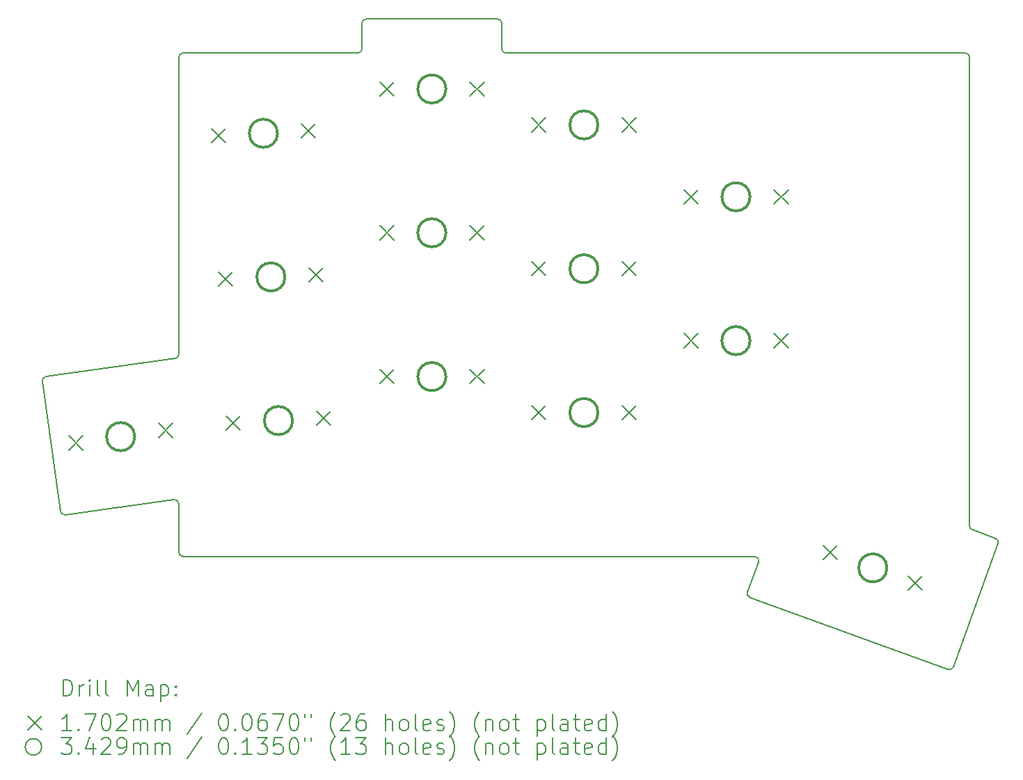
<source format=gbr>
%TF.GenerationSoftware,KiCad,Pcbnew,8.0.5-1.fc40*%
%TF.CreationDate,2024-10-14T16:03:28+11:00*%
%TF.ProjectId,pueo,7075656f-2e6b-4696-9361-645f70636258,0.1*%
%TF.SameCoordinates,Original*%
%TF.FileFunction,Drillmap*%
%TF.FilePolarity,Positive*%
%FSLAX45Y45*%
G04 Gerber Fmt 4.5, Leading zero omitted, Abs format (unit mm)*
G04 Created by KiCad (PCBNEW 8.0.5-1.fc40) date 2024-10-14 16:03:28*
%MOMM*%
%LPD*%
G01*
G04 APERTURE LIST*
%ADD10C,0.150000*%
%ADD11C,0.200000*%
%ADD12C,0.170180*%
%ADD13C,0.342900*%
G04 APERTURE END LIST*
D10*
X18586046Y-15384964D02*
G75*
G02*
X18556164Y-15320880I17105J46985D01*
G01*
X10255357Y-14380449D02*
G75*
G02*
X10198890Y-14337894I-6957J49509D01*
G01*
X21206853Y-8759388D02*
G75*
G02*
X21256852Y-8809388I-3J-50002D01*
G01*
X11686853Y-14884388D02*
X18643624Y-14884388D01*
X21575160Y-14663811D02*
G75*
G02*
X21605038Y-14727894I-17100J-46979D01*
G01*
X10255358Y-14380450D02*
X11579894Y-14194298D01*
X11636853Y-14243811D02*
X11636853Y-14834388D01*
X15515603Y-8346888D02*
G75*
G02*
X15565602Y-8396888I-3J-50002D01*
G01*
X11636853Y-8809388D02*
X11636853Y-12426122D01*
X21289752Y-14559931D02*
G75*
G02*
X21256855Y-14512946I17098J46981D01*
G01*
X11579894Y-14194298D02*
G75*
G02*
X11636849Y-14243811I6956J-49512D01*
G01*
X21057812Y-16231405D02*
G75*
G02*
X20993728Y-16261283I-46982J17105D01*
G01*
X18586046Y-15384965D02*
X20993726Y-16261288D01*
X15615602Y-8759388D02*
G75*
G02*
X15565602Y-8709388I-3J49998D01*
G01*
X15565603Y-8709388D02*
X15565603Y-8396888D01*
X11686853Y-14884388D02*
G75*
G02*
X11636852Y-14834388I-3J49998D01*
G01*
X18690609Y-14951489D02*
X18556162Y-15320879D01*
X21057812Y-16231405D02*
X21605044Y-14727896D01*
X9976208Y-12753466D02*
X10198885Y-14337894D01*
X11636853Y-8809388D02*
G75*
G02*
X11686853Y-8759393I49997J-2D01*
G01*
X21575160Y-14663811D02*
X21289752Y-14559931D01*
X21206853Y-8759388D02*
X15615602Y-8759388D01*
X13865603Y-8396888D02*
X13865603Y-8709388D01*
X10018763Y-12696993D02*
X11593811Y-12475635D01*
X13865603Y-8709388D02*
G75*
G02*
X13815603Y-8759393I-50003J-2D01*
G01*
X15515603Y-8346888D02*
X13915603Y-8346888D01*
X13865603Y-8396888D02*
G75*
G02*
X13915603Y-8346893I49997J-2D01*
G01*
X21256853Y-14512946D02*
X21256853Y-8809388D01*
X11636853Y-12426122D02*
G75*
G02*
X11593812Y-12475636I-50003J2D01*
G01*
X18643624Y-14884388D02*
G75*
G02*
X18690608Y-14951488I-4J-50002D01*
G01*
X9976208Y-12753466D02*
G75*
G02*
X10018764Y-12696998I49512J6956D01*
G01*
X13815603Y-8759388D02*
X11686853Y-8759388D01*
D11*
D12*
X10299538Y-13418838D02*
X10469718Y-13589018D01*
X10469718Y-13418838D02*
X10299538Y-13589018D01*
X11388831Y-13265748D02*
X11559011Y-13435928D01*
X11559011Y-13265748D02*
X11388831Y-13435928D01*
X12031654Y-9680198D02*
X12201834Y-9850378D01*
X12201834Y-9680198D02*
X12031654Y-9850378D01*
X12123242Y-11427799D02*
X12293422Y-11597979D01*
X12293422Y-11427799D02*
X12123242Y-11597979D01*
X12214830Y-13175401D02*
X12385010Y-13345581D01*
X12385010Y-13175401D02*
X12214830Y-13345581D01*
X13130146Y-9622628D02*
X13300326Y-9792808D01*
X13300326Y-9622628D02*
X13130146Y-9792808D01*
X13221735Y-11370230D02*
X13391915Y-11540410D01*
X13391915Y-11370230D02*
X13221735Y-11540410D01*
X13313323Y-13117832D02*
X13483503Y-13288012D01*
X13483503Y-13117832D02*
X13313323Y-13288012D01*
X14080513Y-10861798D02*
X14250693Y-11031978D01*
X14250693Y-10861798D02*
X14080513Y-11031978D01*
X14080513Y-9111798D02*
X14250693Y-9281978D01*
X14250693Y-9111798D02*
X14080513Y-9281978D01*
X14080513Y-12611798D02*
X14250693Y-12781978D01*
X14250693Y-12611798D02*
X14080513Y-12781978D01*
X15180513Y-10861798D02*
X15350693Y-11031978D01*
X15350693Y-10861798D02*
X15180513Y-11031978D01*
X15180513Y-9111798D02*
X15350693Y-9281978D01*
X15350693Y-9111798D02*
X15180513Y-9281978D01*
X15180513Y-12611798D02*
X15350693Y-12781978D01*
X15350693Y-12611798D02*
X15180513Y-12781978D01*
X15930512Y-11299298D02*
X16100692Y-11469478D01*
X16100692Y-11299298D02*
X15930512Y-11469478D01*
X15930513Y-13049298D02*
X16100693Y-13219478D01*
X16100693Y-13049298D02*
X15930513Y-13219478D01*
X15930513Y-9549298D02*
X16100693Y-9719478D01*
X16100693Y-9549298D02*
X15930513Y-9719478D01*
X17030512Y-11299298D02*
X17200692Y-11469478D01*
X17200692Y-11299298D02*
X17030512Y-11469478D01*
X17030513Y-13049298D02*
X17200693Y-13219478D01*
X17200693Y-13049298D02*
X17030513Y-13219478D01*
X17030513Y-9549298D02*
X17200693Y-9719478D01*
X17200693Y-9549298D02*
X17030513Y-9719478D01*
X17780513Y-10424298D02*
X17950693Y-10594478D01*
X17950693Y-10424298D02*
X17780513Y-10594478D01*
X17780513Y-12174298D02*
X17950693Y-12344478D01*
X17950693Y-12174298D02*
X17780513Y-12344478D01*
X18880513Y-10424298D02*
X19050693Y-10594478D01*
X19050693Y-10424298D02*
X18880513Y-10594478D01*
X18880513Y-12174298D02*
X19050693Y-12344478D01*
X19050693Y-12174298D02*
X18880513Y-12344478D01*
X19478682Y-14751187D02*
X19648862Y-14921367D01*
X19648862Y-14751187D02*
X19478682Y-14921367D01*
X20512344Y-15127409D02*
X20682524Y-15297589D01*
X20682524Y-15127409D02*
X20512344Y-15297589D01*
D13*
X11100724Y-13427383D02*
G75*
G02*
X10757824Y-13427383I-171450J0D01*
G01*
X10757824Y-13427383D02*
G75*
G02*
X11100724Y-13427383I171450J0D01*
G01*
X12837440Y-9736503D02*
G75*
G02*
X12494540Y-9736503I-171450J0D01*
G01*
X12494540Y-9736503D02*
G75*
G02*
X12837440Y-9736503I171450J0D01*
G01*
X12929028Y-11484104D02*
G75*
G02*
X12586128Y-11484104I-171450J0D01*
G01*
X12586128Y-11484104D02*
G75*
G02*
X12929028Y-11484104I171450J0D01*
G01*
X13020617Y-13231706D02*
G75*
G02*
X12677717Y-13231706I-171450J0D01*
G01*
X12677717Y-13231706D02*
G75*
G02*
X13020617Y-13231706I171450J0D01*
G01*
X14887053Y-10946888D02*
G75*
G02*
X14544153Y-10946888I-171450J0D01*
G01*
X14544153Y-10946888D02*
G75*
G02*
X14887053Y-10946888I171450J0D01*
G01*
X14887053Y-9196888D02*
G75*
G02*
X14544153Y-9196888I-171450J0D01*
G01*
X14544153Y-9196888D02*
G75*
G02*
X14887053Y-9196888I171450J0D01*
G01*
X14887053Y-12696888D02*
G75*
G02*
X14544153Y-12696888I-171450J0D01*
G01*
X14544153Y-12696888D02*
G75*
G02*
X14887053Y-12696888I171450J0D01*
G01*
X16737052Y-11384388D02*
G75*
G02*
X16394152Y-11384388I-171450J0D01*
G01*
X16394152Y-11384388D02*
G75*
G02*
X16737052Y-11384388I171450J0D01*
G01*
X16737053Y-13134388D02*
G75*
G02*
X16394153Y-13134388I-171450J0D01*
G01*
X16394153Y-13134388D02*
G75*
G02*
X16737053Y-13134388I171450J0D01*
G01*
X16737053Y-9634388D02*
G75*
G02*
X16394153Y-9634388I-171450J0D01*
G01*
X16394153Y-9634388D02*
G75*
G02*
X16737053Y-9634388I171450J0D01*
G01*
X18587053Y-10509388D02*
G75*
G02*
X18244153Y-10509388I-171450J0D01*
G01*
X18244153Y-10509388D02*
G75*
G02*
X18587053Y-10509388I171450J0D01*
G01*
X18587053Y-12259388D02*
G75*
G02*
X18244153Y-12259388I-171450J0D01*
G01*
X18244153Y-12259388D02*
G75*
G02*
X18587053Y-12259388I171450J0D01*
G01*
X20252053Y-15024388D02*
G75*
G02*
X19909153Y-15024388I-171450J0D01*
G01*
X19909153Y-15024388D02*
G75*
G02*
X20252053Y-15024388I171450J0D01*
G01*
D11*
X10228999Y-16583282D02*
X10228999Y-16383282D01*
X10228999Y-16383282D02*
X10276618Y-16383282D01*
X10276618Y-16383282D02*
X10305190Y-16392806D01*
X10305190Y-16392806D02*
X10324237Y-16411854D01*
X10324237Y-16411854D02*
X10333761Y-16430901D01*
X10333761Y-16430901D02*
X10343285Y-16468996D01*
X10343285Y-16468996D02*
X10343285Y-16497568D01*
X10343285Y-16497568D02*
X10333761Y-16535663D01*
X10333761Y-16535663D02*
X10324237Y-16554711D01*
X10324237Y-16554711D02*
X10305190Y-16573758D01*
X10305190Y-16573758D02*
X10276618Y-16583282D01*
X10276618Y-16583282D02*
X10228999Y-16583282D01*
X10428999Y-16583282D02*
X10428999Y-16449949D01*
X10428999Y-16488044D02*
X10438523Y-16468996D01*
X10438523Y-16468996D02*
X10448047Y-16459473D01*
X10448047Y-16459473D02*
X10467094Y-16449949D01*
X10467094Y-16449949D02*
X10486142Y-16449949D01*
X10552809Y-16583282D02*
X10552809Y-16449949D01*
X10552809Y-16383282D02*
X10543285Y-16392806D01*
X10543285Y-16392806D02*
X10552809Y-16402330D01*
X10552809Y-16402330D02*
X10562332Y-16392806D01*
X10562332Y-16392806D02*
X10552809Y-16383282D01*
X10552809Y-16383282D02*
X10552809Y-16402330D01*
X10676618Y-16583282D02*
X10657570Y-16573758D01*
X10657570Y-16573758D02*
X10648047Y-16554711D01*
X10648047Y-16554711D02*
X10648047Y-16383282D01*
X10781380Y-16583282D02*
X10762332Y-16573758D01*
X10762332Y-16573758D02*
X10752809Y-16554711D01*
X10752809Y-16554711D02*
X10752809Y-16383282D01*
X11009951Y-16583282D02*
X11009951Y-16383282D01*
X11009951Y-16383282D02*
X11076618Y-16526139D01*
X11076618Y-16526139D02*
X11143285Y-16383282D01*
X11143285Y-16383282D02*
X11143285Y-16583282D01*
X11324237Y-16583282D02*
X11324237Y-16478520D01*
X11324237Y-16478520D02*
X11314713Y-16459473D01*
X11314713Y-16459473D02*
X11295666Y-16449949D01*
X11295666Y-16449949D02*
X11257570Y-16449949D01*
X11257570Y-16449949D02*
X11238523Y-16459473D01*
X11324237Y-16573758D02*
X11305189Y-16583282D01*
X11305189Y-16583282D02*
X11257570Y-16583282D01*
X11257570Y-16583282D02*
X11238523Y-16573758D01*
X11238523Y-16573758D02*
X11228999Y-16554711D01*
X11228999Y-16554711D02*
X11228999Y-16535663D01*
X11228999Y-16535663D02*
X11238523Y-16516615D01*
X11238523Y-16516615D02*
X11257570Y-16507092D01*
X11257570Y-16507092D02*
X11305189Y-16507092D01*
X11305189Y-16507092D02*
X11324237Y-16497568D01*
X11419475Y-16449949D02*
X11419475Y-16649949D01*
X11419475Y-16459473D02*
X11438523Y-16449949D01*
X11438523Y-16449949D02*
X11476618Y-16449949D01*
X11476618Y-16449949D02*
X11495666Y-16459473D01*
X11495666Y-16459473D02*
X11505189Y-16468996D01*
X11505189Y-16468996D02*
X11514713Y-16488044D01*
X11514713Y-16488044D02*
X11514713Y-16545187D01*
X11514713Y-16545187D02*
X11505189Y-16564234D01*
X11505189Y-16564234D02*
X11495666Y-16573758D01*
X11495666Y-16573758D02*
X11476618Y-16583282D01*
X11476618Y-16583282D02*
X11438523Y-16583282D01*
X11438523Y-16583282D02*
X11419475Y-16573758D01*
X11600428Y-16564234D02*
X11609951Y-16573758D01*
X11609951Y-16573758D02*
X11600428Y-16583282D01*
X11600428Y-16583282D02*
X11590904Y-16573758D01*
X11590904Y-16573758D02*
X11600428Y-16564234D01*
X11600428Y-16564234D02*
X11600428Y-16583282D01*
X11600428Y-16459473D02*
X11609951Y-16468996D01*
X11609951Y-16468996D02*
X11600428Y-16478520D01*
X11600428Y-16478520D02*
X11590904Y-16468996D01*
X11590904Y-16468996D02*
X11600428Y-16459473D01*
X11600428Y-16459473D02*
X11600428Y-16478520D01*
D12*
X9798042Y-16826708D02*
X9968222Y-16996888D01*
X9968222Y-16826708D02*
X9798042Y-16996888D01*
D11*
X10333761Y-17003282D02*
X10219475Y-17003282D01*
X10276618Y-17003282D02*
X10276618Y-16803282D01*
X10276618Y-16803282D02*
X10257570Y-16831854D01*
X10257570Y-16831854D02*
X10238523Y-16850901D01*
X10238523Y-16850901D02*
X10219475Y-16860425D01*
X10419475Y-16984235D02*
X10428999Y-16993758D01*
X10428999Y-16993758D02*
X10419475Y-17003282D01*
X10419475Y-17003282D02*
X10409951Y-16993758D01*
X10409951Y-16993758D02*
X10419475Y-16984235D01*
X10419475Y-16984235D02*
X10419475Y-17003282D01*
X10495666Y-16803282D02*
X10628999Y-16803282D01*
X10628999Y-16803282D02*
X10543285Y-17003282D01*
X10743285Y-16803282D02*
X10762332Y-16803282D01*
X10762332Y-16803282D02*
X10781380Y-16812806D01*
X10781380Y-16812806D02*
X10790904Y-16822330D01*
X10790904Y-16822330D02*
X10800428Y-16841377D01*
X10800428Y-16841377D02*
X10809951Y-16879473D01*
X10809951Y-16879473D02*
X10809951Y-16927092D01*
X10809951Y-16927092D02*
X10800428Y-16965187D01*
X10800428Y-16965187D02*
X10790904Y-16984235D01*
X10790904Y-16984235D02*
X10781380Y-16993758D01*
X10781380Y-16993758D02*
X10762332Y-17003282D01*
X10762332Y-17003282D02*
X10743285Y-17003282D01*
X10743285Y-17003282D02*
X10724237Y-16993758D01*
X10724237Y-16993758D02*
X10714713Y-16984235D01*
X10714713Y-16984235D02*
X10705190Y-16965187D01*
X10705190Y-16965187D02*
X10695666Y-16927092D01*
X10695666Y-16927092D02*
X10695666Y-16879473D01*
X10695666Y-16879473D02*
X10705190Y-16841377D01*
X10705190Y-16841377D02*
X10714713Y-16822330D01*
X10714713Y-16822330D02*
X10724237Y-16812806D01*
X10724237Y-16812806D02*
X10743285Y-16803282D01*
X10886142Y-16822330D02*
X10895666Y-16812806D01*
X10895666Y-16812806D02*
X10914713Y-16803282D01*
X10914713Y-16803282D02*
X10962332Y-16803282D01*
X10962332Y-16803282D02*
X10981380Y-16812806D01*
X10981380Y-16812806D02*
X10990904Y-16822330D01*
X10990904Y-16822330D02*
X11000428Y-16841377D01*
X11000428Y-16841377D02*
X11000428Y-16860425D01*
X11000428Y-16860425D02*
X10990904Y-16888996D01*
X10990904Y-16888996D02*
X10876618Y-17003282D01*
X10876618Y-17003282D02*
X11000428Y-17003282D01*
X11086142Y-17003282D02*
X11086142Y-16869949D01*
X11086142Y-16888996D02*
X11095666Y-16879473D01*
X11095666Y-16879473D02*
X11114713Y-16869949D01*
X11114713Y-16869949D02*
X11143285Y-16869949D01*
X11143285Y-16869949D02*
X11162332Y-16879473D01*
X11162332Y-16879473D02*
X11171856Y-16898520D01*
X11171856Y-16898520D02*
X11171856Y-17003282D01*
X11171856Y-16898520D02*
X11181380Y-16879473D01*
X11181380Y-16879473D02*
X11200428Y-16869949D01*
X11200428Y-16869949D02*
X11228999Y-16869949D01*
X11228999Y-16869949D02*
X11248047Y-16879473D01*
X11248047Y-16879473D02*
X11257570Y-16898520D01*
X11257570Y-16898520D02*
X11257570Y-17003282D01*
X11352809Y-17003282D02*
X11352809Y-16869949D01*
X11352809Y-16888996D02*
X11362332Y-16879473D01*
X11362332Y-16879473D02*
X11381380Y-16869949D01*
X11381380Y-16869949D02*
X11409951Y-16869949D01*
X11409951Y-16869949D02*
X11428999Y-16879473D01*
X11428999Y-16879473D02*
X11438523Y-16898520D01*
X11438523Y-16898520D02*
X11438523Y-17003282D01*
X11438523Y-16898520D02*
X11448047Y-16879473D01*
X11448047Y-16879473D02*
X11467094Y-16869949D01*
X11467094Y-16869949D02*
X11495666Y-16869949D01*
X11495666Y-16869949D02*
X11514713Y-16879473D01*
X11514713Y-16879473D02*
X11524237Y-16898520D01*
X11524237Y-16898520D02*
X11524237Y-17003282D01*
X11914713Y-16793758D02*
X11743285Y-17050901D01*
X12171856Y-16803282D02*
X12190904Y-16803282D01*
X12190904Y-16803282D02*
X12209952Y-16812806D01*
X12209952Y-16812806D02*
X12219475Y-16822330D01*
X12219475Y-16822330D02*
X12228999Y-16841377D01*
X12228999Y-16841377D02*
X12238523Y-16879473D01*
X12238523Y-16879473D02*
X12238523Y-16927092D01*
X12238523Y-16927092D02*
X12228999Y-16965187D01*
X12228999Y-16965187D02*
X12219475Y-16984235D01*
X12219475Y-16984235D02*
X12209952Y-16993758D01*
X12209952Y-16993758D02*
X12190904Y-17003282D01*
X12190904Y-17003282D02*
X12171856Y-17003282D01*
X12171856Y-17003282D02*
X12152809Y-16993758D01*
X12152809Y-16993758D02*
X12143285Y-16984235D01*
X12143285Y-16984235D02*
X12133761Y-16965187D01*
X12133761Y-16965187D02*
X12124237Y-16927092D01*
X12124237Y-16927092D02*
X12124237Y-16879473D01*
X12124237Y-16879473D02*
X12133761Y-16841377D01*
X12133761Y-16841377D02*
X12143285Y-16822330D01*
X12143285Y-16822330D02*
X12152809Y-16812806D01*
X12152809Y-16812806D02*
X12171856Y-16803282D01*
X12324237Y-16984235D02*
X12333761Y-16993758D01*
X12333761Y-16993758D02*
X12324237Y-17003282D01*
X12324237Y-17003282D02*
X12314713Y-16993758D01*
X12314713Y-16993758D02*
X12324237Y-16984235D01*
X12324237Y-16984235D02*
X12324237Y-17003282D01*
X12457571Y-16803282D02*
X12476618Y-16803282D01*
X12476618Y-16803282D02*
X12495666Y-16812806D01*
X12495666Y-16812806D02*
X12505190Y-16822330D01*
X12505190Y-16822330D02*
X12514713Y-16841377D01*
X12514713Y-16841377D02*
X12524237Y-16879473D01*
X12524237Y-16879473D02*
X12524237Y-16927092D01*
X12524237Y-16927092D02*
X12514713Y-16965187D01*
X12514713Y-16965187D02*
X12505190Y-16984235D01*
X12505190Y-16984235D02*
X12495666Y-16993758D01*
X12495666Y-16993758D02*
X12476618Y-17003282D01*
X12476618Y-17003282D02*
X12457571Y-17003282D01*
X12457571Y-17003282D02*
X12438523Y-16993758D01*
X12438523Y-16993758D02*
X12428999Y-16984235D01*
X12428999Y-16984235D02*
X12419475Y-16965187D01*
X12419475Y-16965187D02*
X12409952Y-16927092D01*
X12409952Y-16927092D02*
X12409952Y-16879473D01*
X12409952Y-16879473D02*
X12419475Y-16841377D01*
X12419475Y-16841377D02*
X12428999Y-16822330D01*
X12428999Y-16822330D02*
X12438523Y-16812806D01*
X12438523Y-16812806D02*
X12457571Y-16803282D01*
X12695666Y-16803282D02*
X12657571Y-16803282D01*
X12657571Y-16803282D02*
X12638523Y-16812806D01*
X12638523Y-16812806D02*
X12628999Y-16822330D01*
X12628999Y-16822330D02*
X12609952Y-16850901D01*
X12609952Y-16850901D02*
X12600428Y-16888996D01*
X12600428Y-16888996D02*
X12600428Y-16965187D01*
X12600428Y-16965187D02*
X12609952Y-16984235D01*
X12609952Y-16984235D02*
X12619475Y-16993758D01*
X12619475Y-16993758D02*
X12638523Y-17003282D01*
X12638523Y-17003282D02*
X12676618Y-17003282D01*
X12676618Y-17003282D02*
X12695666Y-16993758D01*
X12695666Y-16993758D02*
X12705190Y-16984235D01*
X12705190Y-16984235D02*
X12714713Y-16965187D01*
X12714713Y-16965187D02*
X12714713Y-16917568D01*
X12714713Y-16917568D02*
X12705190Y-16898520D01*
X12705190Y-16898520D02*
X12695666Y-16888996D01*
X12695666Y-16888996D02*
X12676618Y-16879473D01*
X12676618Y-16879473D02*
X12638523Y-16879473D01*
X12638523Y-16879473D02*
X12619475Y-16888996D01*
X12619475Y-16888996D02*
X12609952Y-16898520D01*
X12609952Y-16898520D02*
X12600428Y-16917568D01*
X12781380Y-16803282D02*
X12914713Y-16803282D01*
X12914713Y-16803282D02*
X12828999Y-17003282D01*
X13028999Y-16803282D02*
X13048047Y-16803282D01*
X13048047Y-16803282D02*
X13067094Y-16812806D01*
X13067094Y-16812806D02*
X13076618Y-16822330D01*
X13076618Y-16822330D02*
X13086142Y-16841377D01*
X13086142Y-16841377D02*
X13095666Y-16879473D01*
X13095666Y-16879473D02*
X13095666Y-16927092D01*
X13095666Y-16927092D02*
X13086142Y-16965187D01*
X13086142Y-16965187D02*
X13076618Y-16984235D01*
X13076618Y-16984235D02*
X13067094Y-16993758D01*
X13067094Y-16993758D02*
X13048047Y-17003282D01*
X13048047Y-17003282D02*
X13028999Y-17003282D01*
X13028999Y-17003282D02*
X13009952Y-16993758D01*
X13009952Y-16993758D02*
X13000428Y-16984235D01*
X13000428Y-16984235D02*
X12990904Y-16965187D01*
X12990904Y-16965187D02*
X12981380Y-16927092D01*
X12981380Y-16927092D02*
X12981380Y-16879473D01*
X12981380Y-16879473D02*
X12990904Y-16841377D01*
X12990904Y-16841377D02*
X13000428Y-16822330D01*
X13000428Y-16822330D02*
X13009952Y-16812806D01*
X13009952Y-16812806D02*
X13028999Y-16803282D01*
X13171856Y-16803282D02*
X13171856Y-16841377D01*
X13248047Y-16803282D02*
X13248047Y-16841377D01*
X13543285Y-17079473D02*
X13533761Y-17069949D01*
X13533761Y-17069949D02*
X13514714Y-17041377D01*
X13514714Y-17041377D02*
X13505190Y-17022330D01*
X13505190Y-17022330D02*
X13495666Y-16993758D01*
X13495666Y-16993758D02*
X13486142Y-16946139D01*
X13486142Y-16946139D02*
X13486142Y-16908044D01*
X13486142Y-16908044D02*
X13495666Y-16860425D01*
X13495666Y-16860425D02*
X13505190Y-16831854D01*
X13505190Y-16831854D02*
X13514714Y-16812806D01*
X13514714Y-16812806D02*
X13533761Y-16784235D01*
X13533761Y-16784235D02*
X13543285Y-16774711D01*
X13609952Y-16822330D02*
X13619475Y-16812806D01*
X13619475Y-16812806D02*
X13638523Y-16803282D01*
X13638523Y-16803282D02*
X13686142Y-16803282D01*
X13686142Y-16803282D02*
X13705190Y-16812806D01*
X13705190Y-16812806D02*
X13714714Y-16822330D01*
X13714714Y-16822330D02*
X13724237Y-16841377D01*
X13724237Y-16841377D02*
X13724237Y-16860425D01*
X13724237Y-16860425D02*
X13714714Y-16888996D01*
X13714714Y-16888996D02*
X13600428Y-17003282D01*
X13600428Y-17003282D02*
X13724237Y-17003282D01*
X13895666Y-16803282D02*
X13857571Y-16803282D01*
X13857571Y-16803282D02*
X13838523Y-16812806D01*
X13838523Y-16812806D02*
X13828999Y-16822330D01*
X13828999Y-16822330D02*
X13809952Y-16850901D01*
X13809952Y-16850901D02*
X13800428Y-16888996D01*
X13800428Y-16888996D02*
X13800428Y-16965187D01*
X13800428Y-16965187D02*
X13809952Y-16984235D01*
X13809952Y-16984235D02*
X13819475Y-16993758D01*
X13819475Y-16993758D02*
X13838523Y-17003282D01*
X13838523Y-17003282D02*
X13876618Y-17003282D01*
X13876618Y-17003282D02*
X13895666Y-16993758D01*
X13895666Y-16993758D02*
X13905190Y-16984235D01*
X13905190Y-16984235D02*
X13914714Y-16965187D01*
X13914714Y-16965187D02*
X13914714Y-16917568D01*
X13914714Y-16917568D02*
X13905190Y-16898520D01*
X13905190Y-16898520D02*
X13895666Y-16888996D01*
X13895666Y-16888996D02*
X13876618Y-16879473D01*
X13876618Y-16879473D02*
X13838523Y-16879473D01*
X13838523Y-16879473D02*
X13819475Y-16888996D01*
X13819475Y-16888996D02*
X13809952Y-16898520D01*
X13809952Y-16898520D02*
X13800428Y-16917568D01*
X14152809Y-17003282D02*
X14152809Y-16803282D01*
X14238523Y-17003282D02*
X14238523Y-16898520D01*
X14238523Y-16898520D02*
X14228999Y-16879473D01*
X14228999Y-16879473D02*
X14209952Y-16869949D01*
X14209952Y-16869949D02*
X14181380Y-16869949D01*
X14181380Y-16869949D02*
X14162333Y-16879473D01*
X14162333Y-16879473D02*
X14152809Y-16888996D01*
X14362333Y-17003282D02*
X14343285Y-16993758D01*
X14343285Y-16993758D02*
X14333761Y-16984235D01*
X14333761Y-16984235D02*
X14324237Y-16965187D01*
X14324237Y-16965187D02*
X14324237Y-16908044D01*
X14324237Y-16908044D02*
X14333761Y-16888996D01*
X14333761Y-16888996D02*
X14343285Y-16879473D01*
X14343285Y-16879473D02*
X14362333Y-16869949D01*
X14362333Y-16869949D02*
X14390904Y-16869949D01*
X14390904Y-16869949D02*
X14409952Y-16879473D01*
X14409952Y-16879473D02*
X14419476Y-16888996D01*
X14419476Y-16888996D02*
X14428999Y-16908044D01*
X14428999Y-16908044D02*
X14428999Y-16965187D01*
X14428999Y-16965187D02*
X14419476Y-16984235D01*
X14419476Y-16984235D02*
X14409952Y-16993758D01*
X14409952Y-16993758D02*
X14390904Y-17003282D01*
X14390904Y-17003282D02*
X14362333Y-17003282D01*
X14543285Y-17003282D02*
X14524237Y-16993758D01*
X14524237Y-16993758D02*
X14514714Y-16974711D01*
X14514714Y-16974711D02*
X14514714Y-16803282D01*
X14695666Y-16993758D02*
X14676618Y-17003282D01*
X14676618Y-17003282D02*
X14638523Y-17003282D01*
X14638523Y-17003282D02*
X14619476Y-16993758D01*
X14619476Y-16993758D02*
X14609952Y-16974711D01*
X14609952Y-16974711D02*
X14609952Y-16898520D01*
X14609952Y-16898520D02*
X14619476Y-16879473D01*
X14619476Y-16879473D02*
X14638523Y-16869949D01*
X14638523Y-16869949D02*
X14676618Y-16869949D01*
X14676618Y-16869949D02*
X14695666Y-16879473D01*
X14695666Y-16879473D02*
X14705190Y-16898520D01*
X14705190Y-16898520D02*
X14705190Y-16917568D01*
X14705190Y-16917568D02*
X14609952Y-16936616D01*
X14781380Y-16993758D02*
X14800428Y-17003282D01*
X14800428Y-17003282D02*
X14838523Y-17003282D01*
X14838523Y-17003282D02*
X14857571Y-16993758D01*
X14857571Y-16993758D02*
X14867095Y-16974711D01*
X14867095Y-16974711D02*
X14867095Y-16965187D01*
X14867095Y-16965187D02*
X14857571Y-16946139D01*
X14857571Y-16946139D02*
X14838523Y-16936616D01*
X14838523Y-16936616D02*
X14809952Y-16936616D01*
X14809952Y-16936616D02*
X14790904Y-16927092D01*
X14790904Y-16927092D02*
X14781380Y-16908044D01*
X14781380Y-16908044D02*
X14781380Y-16898520D01*
X14781380Y-16898520D02*
X14790904Y-16879473D01*
X14790904Y-16879473D02*
X14809952Y-16869949D01*
X14809952Y-16869949D02*
X14838523Y-16869949D01*
X14838523Y-16869949D02*
X14857571Y-16879473D01*
X14933761Y-17079473D02*
X14943285Y-17069949D01*
X14943285Y-17069949D02*
X14962333Y-17041377D01*
X14962333Y-17041377D02*
X14971857Y-17022330D01*
X14971857Y-17022330D02*
X14981380Y-16993758D01*
X14981380Y-16993758D02*
X14990904Y-16946139D01*
X14990904Y-16946139D02*
X14990904Y-16908044D01*
X14990904Y-16908044D02*
X14981380Y-16860425D01*
X14981380Y-16860425D02*
X14971857Y-16831854D01*
X14971857Y-16831854D02*
X14962333Y-16812806D01*
X14962333Y-16812806D02*
X14943285Y-16784235D01*
X14943285Y-16784235D02*
X14933761Y-16774711D01*
X15295666Y-17079473D02*
X15286142Y-17069949D01*
X15286142Y-17069949D02*
X15267095Y-17041377D01*
X15267095Y-17041377D02*
X15257571Y-17022330D01*
X15257571Y-17022330D02*
X15248047Y-16993758D01*
X15248047Y-16993758D02*
X15238523Y-16946139D01*
X15238523Y-16946139D02*
X15238523Y-16908044D01*
X15238523Y-16908044D02*
X15248047Y-16860425D01*
X15248047Y-16860425D02*
X15257571Y-16831854D01*
X15257571Y-16831854D02*
X15267095Y-16812806D01*
X15267095Y-16812806D02*
X15286142Y-16784235D01*
X15286142Y-16784235D02*
X15295666Y-16774711D01*
X15371857Y-16869949D02*
X15371857Y-17003282D01*
X15371857Y-16888996D02*
X15381380Y-16879473D01*
X15381380Y-16879473D02*
X15400428Y-16869949D01*
X15400428Y-16869949D02*
X15428999Y-16869949D01*
X15428999Y-16869949D02*
X15448047Y-16879473D01*
X15448047Y-16879473D02*
X15457571Y-16898520D01*
X15457571Y-16898520D02*
X15457571Y-17003282D01*
X15581380Y-17003282D02*
X15562333Y-16993758D01*
X15562333Y-16993758D02*
X15552809Y-16984235D01*
X15552809Y-16984235D02*
X15543285Y-16965187D01*
X15543285Y-16965187D02*
X15543285Y-16908044D01*
X15543285Y-16908044D02*
X15552809Y-16888996D01*
X15552809Y-16888996D02*
X15562333Y-16879473D01*
X15562333Y-16879473D02*
X15581380Y-16869949D01*
X15581380Y-16869949D02*
X15609952Y-16869949D01*
X15609952Y-16869949D02*
X15628999Y-16879473D01*
X15628999Y-16879473D02*
X15638523Y-16888996D01*
X15638523Y-16888996D02*
X15648047Y-16908044D01*
X15648047Y-16908044D02*
X15648047Y-16965187D01*
X15648047Y-16965187D02*
X15638523Y-16984235D01*
X15638523Y-16984235D02*
X15628999Y-16993758D01*
X15628999Y-16993758D02*
X15609952Y-17003282D01*
X15609952Y-17003282D02*
X15581380Y-17003282D01*
X15705190Y-16869949D02*
X15781380Y-16869949D01*
X15733761Y-16803282D02*
X15733761Y-16974711D01*
X15733761Y-16974711D02*
X15743285Y-16993758D01*
X15743285Y-16993758D02*
X15762333Y-17003282D01*
X15762333Y-17003282D02*
X15781380Y-17003282D01*
X16000428Y-16869949D02*
X16000428Y-17069949D01*
X16000428Y-16879473D02*
X16019476Y-16869949D01*
X16019476Y-16869949D02*
X16057571Y-16869949D01*
X16057571Y-16869949D02*
X16076619Y-16879473D01*
X16076619Y-16879473D02*
X16086142Y-16888996D01*
X16086142Y-16888996D02*
X16095666Y-16908044D01*
X16095666Y-16908044D02*
X16095666Y-16965187D01*
X16095666Y-16965187D02*
X16086142Y-16984235D01*
X16086142Y-16984235D02*
X16076619Y-16993758D01*
X16076619Y-16993758D02*
X16057571Y-17003282D01*
X16057571Y-17003282D02*
X16019476Y-17003282D01*
X16019476Y-17003282D02*
X16000428Y-16993758D01*
X16209952Y-17003282D02*
X16190904Y-16993758D01*
X16190904Y-16993758D02*
X16181380Y-16974711D01*
X16181380Y-16974711D02*
X16181380Y-16803282D01*
X16371857Y-17003282D02*
X16371857Y-16898520D01*
X16371857Y-16898520D02*
X16362333Y-16879473D01*
X16362333Y-16879473D02*
X16343285Y-16869949D01*
X16343285Y-16869949D02*
X16305190Y-16869949D01*
X16305190Y-16869949D02*
X16286142Y-16879473D01*
X16371857Y-16993758D02*
X16352809Y-17003282D01*
X16352809Y-17003282D02*
X16305190Y-17003282D01*
X16305190Y-17003282D02*
X16286142Y-16993758D01*
X16286142Y-16993758D02*
X16276619Y-16974711D01*
X16276619Y-16974711D02*
X16276619Y-16955663D01*
X16276619Y-16955663D02*
X16286142Y-16936616D01*
X16286142Y-16936616D02*
X16305190Y-16927092D01*
X16305190Y-16927092D02*
X16352809Y-16927092D01*
X16352809Y-16927092D02*
X16371857Y-16917568D01*
X16438523Y-16869949D02*
X16514714Y-16869949D01*
X16467095Y-16803282D02*
X16467095Y-16974711D01*
X16467095Y-16974711D02*
X16476619Y-16993758D01*
X16476619Y-16993758D02*
X16495666Y-17003282D01*
X16495666Y-17003282D02*
X16514714Y-17003282D01*
X16657571Y-16993758D02*
X16638523Y-17003282D01*
X16638523Y-17003282D02*
X16600428Y-17003282D01*
X16600428Y-17003282D02*
X16581380Y-16993758D01*
X16581380Y-16993758D02*
X16571857Y-16974711D01*
X16571857Y-16974711D02*
X16571857Y-16898520D01*
X16571857Y-16898520D02*
X16581380Y-16879473D01*
X16581380Y-16879473D02*
X16600428Y-16869949D01*
X16600428Y-16869949D02*
X16638523Y-16869949D01*
X16638523Y-16869949D02*
X16657571Y-16879473D01*
X16657571Y-16879473D02*
X16667095Y-16898520D01*
X16667095Y-16898520D02*
X16667095Y-16917568D01*
X16667095Y-16917568D02*
X16571857Y-16936616D01*
X16838523Y-17003282D02*
X16838523Y-16803282D01*
X16838523Y-16993758D02*
X16819476Y-17003282D01*
X16819476Y-17003282D02*
X16781381Y-17003282D01*
X16781381Y-17003282D02*
X16762333Y-16993758D01*
X16762333Y-16993758D02*
X16752809Y-16984235D01*
X16752809Y-16984235D02*
X16743285Y-16965187D01*
X16743285Y-16965187D02*
X16743285Y-16908044D01*
X16743285Y-16908044D02*
X16752809Y-16888996D01*
X16752809Y-16888996D02*
X16762333Y-16879473D01*
X16762333Y-16879473D02*
X16781381Y-16869949D01*
X16781381Y-16869949D02*
X16819476Y-16869949D01*
X16819476Y-16869949D02*
X16838523Y-16879473D01*
X16914714Y-17079473D02*
X16924238Y-17069949D01*
X16924238Y-17069949D02*
X16943285Y-17041377D01*
X16943285Y-17041377D02*
X16952809Y-17022330D01*
X16952809Y-17022330D02*
X16962333Y-16993758D01*
X16962333Y-16993758D02*
X16971857Y-16946139D01*
X16971857Y-16946139D02*
X16971857Y-16908044D01*
X16971857Y-16908044D02*
X16962333Y-16860425D01*
X16962333Y-16860425D02*
X16952809Y-16831854D01*
X16952809Y-16831854D02*
X16943285Y-16812806D01*
X16943285Y-16812806D02*
X16924238Y-16784235D01*
X16924238Y-16784235D02*
X16914714Y-16774711D01*
X9968222Y-17201978D02*
G75*
G02*
X9768222Y-17201978I-100000J0D01*
G01*
X9768222Y-17201978D02*
G75*
G02*
X9968222Y-17201978I100000J0D01*
G01*
X10209951Y-17093462D02*
X10333761Y-17093462D01*
X10333761Y-17093462D02*
X10267094Y-17169653D01*
X10267094Y-17169653D02*
X10295666Y-17169653D01*
X10295666Y-17169653D02*
X10314713Y-17179176D01*
X10314713Y-17179176D02*
X10324237Y-17188700D01*
X10324237Y-17188700D02*
X10333761Y-17207748D01*
X10333761Y-17207748D02*
X10333761Y-17255367D01*
X10333761Y-17255367D02*
X10324237Y-17274415D01*
X10324237Y-17274415D02*
X10314713Y-17283938D01*
X10314713Y-17283938D02*
X10295666Y-17293462D01*
X10295666Y-17293462D02*
X10238523Y-17293462D01*
X10238523Y-17293462D02*
X10219475Y-17283938D01*
X10219475Y-17283938D02*
X10209951Y-17274415D01*
X10419475Y-17274415D02*
X10428999Y-17283938D01*
X10428999Y-17283938D02*
X10419475Y-17293462D01*
X10419475Y-17293462D02*
X10409951Y-17283938D01*
X10409951Y-17283938D02*
X10419475Y-17274415D01*
X10419475Y-17274415D02*
X10419475Y-17293462D01*
X10600428Y-17160129D02*
X10600428Y-17293462D01*
X10552809Y-17083938D02*
X10505190Y-17226796D01*
X10505190Y-17226796D02*
X10628999Y-17226796D01*
X10695666Y-17112510D02*
X10705190Y-17102986D01*
X10705190Y-17102986D02*
X10724237Y-17093462D01*
X10724237Y-17093462D02*
X10771856Y-17093462D01*
X10771856Y-17093462D02*
X10790904Y-17102986D01*
X10790904Y-17102986D02*
X10800428Y-17112510D01*
X10800428Y-17112510D02*
X10809951Y-17131557D01*
X10809951Y-17131557D02*
X10809951Y-17150605D01*
X10809951Y-17150605D02*
X10800428Y-17179176D01*
X10800428Y-17179176D02*
X10686142Y-17293462D01*
X10686142Y-17293462D02*
X10809951Y-17293462D01*
X10905190Y-17293462D02*
X10943285Y-17293462D01*
X10943285Y-17293462D02*
X10962332Y-17283938D01*
X10962332Y-17283938D02*
X10971856Y-17274415D01*
X10971856Y-17274415D02*
X10990904Y-17245843D01*
X10990904Y-17245843D02*
X11000428Y-17207748D01*
X11000428Y-17207748D02*
X11000428Y-17131557D01*
X11000428Y-17131557D02*
X10990904Y-17112510D01*
X10990904Y-17112510D02*
X10981380Y-17102986D01*
X10981380Y-17102986D02*
X10962332Y-17093462D01*
X10962332Y-17093462D02*
X10924237Y-17093462D01*
X10924237Y-17093462D02*
X10905190Y-17102986D01*
X10905190Y-17102986D02*
X10895666Y-17112510D01*
X10895666Y-17112510D02*
X10886142Y-17131557D01*
X10886142Y-17131557D02*
X10886142Y-17179176D01*
X10886142Y-17179176D02*
X10895666Y-17198224D01*
X10895666Y-17198224D02*
X10905190Y-17207748D01*
X10905190Y-17207748D02*
X10924237Y-17217272D01*
X10924237Y-17217272D02*
X10962332Y-17217272D01*
X10962332Y-17217272D02*
X10981380Y-17207748D01*
X10981380Y-17207748D02*
X10990904Y-17198224D01*
X10990904Y-17198224D02*
X11000428Y-17179176D01*
X11086142Y-17293462D02*
X11086142Y-17160129D01*
X11086142Y-17179176D02*
X11095666Y-17169653D01*
X11095666Y-17169653D02*
X11114713Y-17160129D01*
X11114713Y-17160129D02*
X11143285Y-17160129D01*
X11143285Y-17160129D02*
X11162332Y-17169653D01*
X11162332Y-17169653D02*
X11171856Y-17188700D01*
X11171856Y-17188700D02*
X11171856Y-17293462D01*
X11171856Y-17188700D02*
X11181380Y-17169653D01*
X11181380Y-17169653D02*
X11200428Y-17160129D01*
X11200428Y-17160129D02*
X11228999Y-17160129D01*
X11228999Y-17160129D02*
X11248047Y-17169653D01*
X11248047Y-17169653D02*
X11257570Y-17188700D01*
X11257570Y-17188700D02*
X11257570Y-17293462D01*
X11352809Y-17293462D02*
X11352809Y-17160129D01*
X11352809Y-17179176D02*
X11362332Y-17169653D01*
X11362332Y-17169653D02*
X11381380Y-17160129D01*
X11381380Y-17160129D02*
X11409951Y-17160129D01*
X11409951Y-17160129D02*
X11428999Y-17169653D01*
X11428999Y-17169653D02*
X11438523Y-17188700D01*
X11438523Y-17188700D02*
X11438523Y-17293462D01*
X11438523Y-17188700D02*
X11448047Y-17169653D01*
X11448047Y-17169653D02*
X11467094Y-17160129D01*
X11467094Y-17160129D02*
X11495666Y-17160129D01*
X11495666Y-17160129D02*
X11514713Y-17169653D01*
X11514713Y-17169653D02*
X11524237Y-17188700D01*
X11524237Y-17188700D02*
X11524237Y-17293462D01*
X11914713Y-17083938D02*
X11743285Y-17341081D01*
X12171856Y-17093462D02*
X12190904Y-17093462D01*
X12190904Y-17093462D02*
X12209952Y-17102986D01*
X12209952Y-17102986D02*
X12219475Y-17112510D01*
X12219475Y-17112510D02*
X12228999Y-17131557D01*
X12228999Y-17131557D02*
X12238523Y-17169653D01*
X12238523Y-17169653D02*
X12238523Y-17217272D01*
X12238523Y-17217272D02*
X12228999Y-17255367D01*
X12228999Y-17255367D02*
X12219475Y-17274415D01*
X12219475Y-17274415D02*
X12209952Y-17283938D01*
X12209952Y-17283938D02*
X12190904Y-17293462D01*
X12190904Y-17293462D02*
X12171856Y-17293462D01*
X12171856Y-17293462D02*
X12152809Y-17283938D01*
X12152809Y-17283938D02*
X12143285Y-17274415D01*
X12143285Y-17274415D02*
X12133761Y-17255367D01*
X12133761Y-17255367D02*
X12124237Y-17217272D01*
X12124237Y-17217272D02*
X12124237Y-17169653D01*
X12124237Y-17169653D02*
X12133761Y-17131557D01*
X12133761Y-17131557D02*
X12143285Y-17112510D01*
X12143285Y-17112510D02*
X12152809Y-17102986D01*
X12152809Y-17102986D02*
X12171856Y-17093462D01*
X12324237Y-17274415D02*
X12333761Y-17283938D01*
X12333761Y-17283938D02*
X12324237Y-17293462D01*
X12324237Y-17293462D02*
X12314713Y-17283938D01*
X12314713Y-17283938D02*
X12324237Y-17274415D01*
X12324237Y-17274415D02*
X12324237Y-17293462D01*
X12524237Y-17293462D02*
X12409952Y-17293462D01*
X12467094Y-17293462D02*
X12467094Y-17093462D01*
X12467094Y-17093462D02*
X12448047Y-17122034D01*
X12448047Y-17122034D02*
X12428999Y-17141081D01*
X12428999Y-17141081D02*
X12409952Y-17150605D01*
X12590904Y-17093462D02*
X12714713Y-17093462D01*
X12714713Y-17093462D02*
X12648047Y-17169653D01*
X12648047Y-17169653D02*
X12676618Y-17169653D01*
X12676618Y-17169653D02*
X12695666Y-17179176D01*
X12695666Y-17179176D02*
X12705190Y-17188700D01*
X12705190Y-17188700D02*
X12714713Y-17207748D01*
X12714713Y-17207748D02*
X12714713Y-17255367D01*
X12714713Y-17255367D02*
X12705190Y-17274415D01*
X12705190Y-17274415D02*
X12695666Y-17283938D01*
X12695666Y-17283938D02*
X12676618Y-17293462D01*
X12676618Y-17293462D02*
X12619475Y-17293462D01*
X12619475Y-17293462D02*
X12600428Y-17283938D01*
X12600428Y-17283938D02*
X12590904Y-17274415D01*
X12895666Y-17093462D02*
X12800428Y-17093462D01*
X12800428Y-17093462D02*
X12790904Y-17188700D01*
X12790904Y-17188700D02*
X12800428Y-17179176D01*
X12800428Y-17179176D02*
X12819475Y-17169653D01*
X12819475Y-17169653D02*
X12867094Y-17169653D01*
X12867094Y-17169653D02*
X12886142Y-17179176D01*
X12886142Y-17179176D02*
X12895666Y-17188700D01*
X12895666Y-17188700D02*
X12905190Y-17207748D01*
X12905190Y-17207748D02*
X12905190Y-17255367D01*
X12905190Y-17255367D02*
X12895666Y-17274415D01*
X12895666Y-17274415D02*
X12886142Y-17283938D01*
X12886142Y-17283938D02*
X12867094Y-17293462D01*
X12867094Y-17293462D02*
X12819475Y-17293462D01*
X12819475Y-17293462D02*
X12800428Y-17283938D01*
X12800428Y-17283938D02*
X12790904Y-17274415D01*
X13028999Y-17093462D02*
X13048047Y-17093462D01*
X13048047Y-17093462D02*
X13067094Y-17102986D01*
X13067094Y-17102986D02*
X13076618Y-17112510D01*
X13076618Y-17112510D02*
X13086142Y-17131557D01*
X13086142Y-17131557D02*
X13095666Y-17169653D01*
X13095666Y-17169653D02*
X13095666Y-17217272D01*
X13095666Y-17217272D02*
X13086142Y-17255367D01*
X13086142Y-17255367D02*
X13076618Y-17274415D01*
X13076618Y-17274415D02*
X13067094Y-17283938D01*
X13067094Y-17283938D02*
X13048047Y-17293462D01*
X13048047Y-17293462D02*
X13028999Y-17293462D01*
X13028999Y-17293462D02*
X13009952Y-17283938D01*
X13009952Y-17283938D02*
X13000428Y-17274415D01*
X13000428Y-17274415D02*
X12990904Y-17255367D01*
X12990904Y-17255367D02*
X12981380Y-17217272D01*
X12981380Y-17217272D02*
X12981380Y-17169653D01*
X12981380Y-17169653D02*
X12990904Y-17131557D01*
X12990904Y-17131557D02*
X13000428Y-17112510D01*
X13000428Y-17112510D02*
X13009952Y-17102986D01*
X13009952Y-17102986D02*
X13028999Y-17093462D01*
X13171856Y-17093462D02*
X13171856Y-17131557D01*
X13248047Y-17093462D02*
X13248047Y-17131557D01*
X13543285Y-17369653D02*
X13533761Y-17360129D01*
X13533761Y-17360129D02*
X13514714Y-17331557D01*
X13514714Y-17331557D02*
X13505190Y-17312510D01*
X13505190Y-17312510D02*
X13495666Y-17283938D01*
X13495666Y-17283938D02*
X13486142Y-17236319D01*
X13486142Y-17236319D02*
X13486142Y-17198224D01*
X13486142Y-17198224D02*
X13495666Y-17150605D01*
X13495666Y-17150605D02*
X13505190Y-17122034D01*
X13505190Y-17122034D02*
X13514714Y-17102986D01*
X13514714Y-17102986D02*
X13533761Y-17074415D01*
X13533761Y-17074415D02*
X13543285Y-17064891D01*
X13724237Y-17293462D02*
X13609952Y-17293462D01*
X13667094Y-17293462D02*
X13667094Y-17093462D01*
X13667094Y-17093462D02*
X13648047Y-17122034D01*
X13648047Y-17122034D02*
X13628999Y-17141081D01*
X13628999Y-17141081D02*
X13609952Y-17150605D01*
X13790904Y-17093462D02*
X13914714Y-17093462D01*
X13914714Y-17093462D02*
X13848047Y-17169653D01*
X13848047Y-17169653D02*
X13876618Y-17169653D01*
X13876618Y-17169653D02*
X13895666Y-17179176D01*
X13895666Y-17179176D02*
X13905190Y-17188700D01*
X13905190Y-17188700D02*
X13914714Y-17207748D01*
X13914714Y-17207748D02*
X13914714Y-17255367D01*
X13914714Y-17255367D02*
X13905190Y-17274415D01*
X13905190Y-17274415D02*
X13895666Y-17283938D01*
X13895666Y-17283938D02*
X13876618Y-17293462D01*
X13876618Y-17293462D02*
X13819475Y-17293462D01*
X13819475Y-17293462D02*
X13800428Y-17283938D01*
X13800428Y-17283938D02*
X13790904Y-17274415D01*
X14152809Y-17293462D02*
X14152809Y-17093462D01*
X14238523Y-17293462D02*
X14238523Y-17188700D01*
X14238523Y-17188700D02*
X14228999Y-17169653D01*
X14228999Y-17169653D02*
X14209952Y-17160129D01*
X14209952Y-17160129D02*
X14181380Y-17160129D01*
X14181380Y-17160129D02*
X14162333Y-17169653D01*
X14162333Y-17169653D02*
X14152809Y-17179176D01*
X14362333Y-17293462D02*
X14343285Y-17283938D01*
X14343285Y-17283938D02*
X14333761Y-17274415D01*
X14333761Y-17274415D02*
X14324237Y-17255367D01*
X14324237Y-17255367D02*
X14324237Y-17198224D01*
X14324237Y-17198224D02*
X14333761Y-17179176D01*
X14333761Y-17179176D02*
X14343285Y-17169653D01*
X14343285Y-17169653D02*
X14362333Y-17160129D01*
X14362333Y-17160129D02*
X14390904Y-17160129D01*
X14390904Y-17160129D02*
X14409952Y-17169653D01*
X14409952Y-17169653D02*
X14419476Y-17179176D01*
X14419476Y-17179176D02*
X14428999Y-17198224D01*
X14428999Y-17198224D02*
X14428999Y-17255367D01*
X14428999Y-17255367D02*
X14419476Y-17274415D01*
X14419476Y-17274415D02*
X14409952Y-17283938D01*
X14409952Y-17283938D02*
X14390904Y-17293462D01*
X14390904Y-17293462D02*
X14362333Y-17293462D01*
X14543285Y-17293462D02*
X14524237Y-17283938D01*
X14524237Y-17283938D02*
X14514714Y-17264891D01*
X14514714Y-17264891D02*
X14514714Y-17093462D01*
X14695666Y-17283938D02*
X14676618Y-17293462D01*
X14676618Y-17293462D02*
X14638523Y-17293462D01*
X14638523Y-17293462D02*
X14619476Y-17283938D01*
X14619476Y-17283938D02*
X14609952Y-17264891D01*
X14609952Y-17264891D02*
X14609952Y-17188700D01*
X14609952Y-17188700D02*
X14619476Y-17169653D01*
X14619476Y-17169653D02*
X14638523Y-17160129D01*
X14638523Y-17160129D02*
X14676618Y-17160129D01*
X14676618Y-17160129D02*
X14695666Y-17169653D01*
X14695666Y-17169653D02*
X14705190Y-17188700D01*
X14705190Y-17188700D02*
X14705190Y-17207748D01*
X14705190Y-17207748D02*
X14609952Y-17226796D01*
X14781380Y-17283938D02*
X14800428Y-17293462D01*
X14800428Y-17293462D02*
X14838523Y-17293462D01*
X14838523Y-17293462D02*
X14857571Y-17283938D01*
X14857571Y-17283938D02*
X14867095Y-17264891D01*
X14867095Y-17264891D02*
X14867095Y-17255367D01*
X14867095Y-17255367D02*
X14857571Y-17236319D01*
X14857571Y-17236319D02*
X14838523Y-17226796D01*
X14838523Y-17226796D02*
X14809952Y-17226796D01*
X14809952Y-17226796D02*
X14790904Y-17217272D01*
X14790904Y-17217272D02*
X14781380Y-17198224D01*
X14781380Y-17198224D02*
X14781380Y-17188700D01*
X14781380Y-17188700D02*
X14790904Y-17169653D01*
X14790904Y-17169653D02*
X14809952Y-17160129D01*
X14809952Y-17160129D02*
X14838523Y-17160129D01*
X14838523Y-17160129D02*
X14857571Y-17169653D01*
X14933761Y-17369653D02*
X14943285Y-17360129D01*
X14943285Y-17360129D02*
X14962333Y-17331557D01*
X14962333Y-17331557D02*
X14971857Y-17312510D01*
X14971857Y-17312510D02*
X14981380Y-17283938D01*
X14981380Y-17283938D02*
X14990904Y-17236319D01*
X14990904Y-17236319D02*
X14990904Y-17198224D01*
X14990904Y-17198224D02*
X14981380Y-17150605D01*
X14981380Y-17150605D02*
X14971857Y-17122034D01*
X14971857Y-17122034D02*
X14962333Y-17102986D01*
X14962333Y-17102986D02*
X14943285Y-17074415D01*
X14943285Y-17074415D02*
X14933761Y-17064891D01*
X15295666Y-17369653D02*
X15286142Y-17360129D01*
X15286142Y-17360129D02*
X15267095Y-17331557D01*
X15267095Y-17331557D02*
X15257571Y-17312510D01*
X15257571Y-17312510D02*
X15248047Y-17283938D01*
X15248047Y-17283938D02*
X15238523Y-17236319D01*
X15238523Y-17236319D02*
X15238523Y-17198224D01*
X15238523Y-17198224D02*
X15248047Y-17150605D01*
X15248047Y-17150605D02*
X15257571Y-17122034D01*
X15257571Y-17122034D02*
X15267095Y-17102986D01*
X15267095Y-17102986D02*
X15286142Y-17074415D01*
X15286142Y-17074415D02*
X15295666Y-17064891D01*
X15371857Y-17160129D02*
X15371857Y-17293462D01*
X15371857Y-17179176D02*
X15381380Y-17169653D01*
X15381380Y-17169653D02*
X15400428Y-17160129D01*
X15400428Y-17160129D02*
X15428999Y-17160129D01*
X15428999Y-17160129D02*
X15448047Y-17169653D01*
X15448047Y-17169653D02*
X15457571Y-17188700D01*
X15457571Y-17188700D02*
X15457571Y-17293462D01*
X15581380Y-17293462D02*
X15562333Y-17283938D01*
X15562333Y-17283938D02*
X15552809Y-17274415D01*
X15552809Y-17274415D02*
X15543285Y-17255367D01*
X15543285Y-17255367D02*
X15543285Y-17198224D01*
X15543285Y-17198224D02*
X15552809Y-17179176D01*
X15552809Y-17179176D02*
X15562333Y-17169653D01*
X15562333Y-17169653D02*
X15581380Y-17160129D01*
X15581380Y-17160129D02*
X15609952Y-17160129D01*
X15609952Y-17160129D02*
X15628999Y-17169653D01*
X15628999Y-17169653D02*
X15638523Y-17179176D01*
X15638523Y-17179176D02*
X15648047Y-17198224D01*
X15648047Y-17198224D02*
X15648047Y-17255367D01*
X15648047Y-17255367D02*
X15638523Y-17274415D01*
X15638523Y-17274415D02*
X15628999Y-17283938D01*
X15628999Y-17283938D02*
X15609952Y-17293462D01*
X15609952Y-17293462D02*
X15581380Y-17293462D01*
X15705190Y-17160129D02*
X15781380Y-17160129D01*
X15733761Y-17093462D02*
X15733761Y-17264891D01*
X15733761Y-17264891D02*
X15743285Y-17283938D01*
X15743285Y-17283938D02*
X15762333Y-17293462D01*
X15762333Y-17293462D02*
X15781380Y-17293462D01*
X16000428Y-17160129D02*
X16000428Y-17360129D01*
X16000428Y-17169653D02*
X16019476Y-17160129D01*
X16019476Y-17160129D02*
X16057571Y-17160129D01*
X16057571Y-17160129D02*
X16076619Y-17169653D01*
X16076619Y-17169653D02*
X16086142Y-17179176D01*
X16086142Y-17179176D02*
X16095666Y-17198224D01*
X16095666Y-17198224D02*
X16095666Y-17255367D01*
X16095666Y-17255367D02*
X16086142Y-17274415D01*
X16086142Y-17274415D02*
X16076619Y-17283938D01*
X16076619Y-17283938D02*
X16057571Y-17293462D01*
X16057571Y-17293462D02*
X16019476Y-17293462D01*
X16019476Y-17293462D02*
X16000428Y-17283938D01*
X16209952Y-17293462D02*
X16190904Y-17283938D01*
X16190904Y-17283938D02*
X16181380Y-17264891D01*
X16181380Y-17264891D02*
X16181380Y-17093462D01*
X16371857Y-17293462D02*
X16371857Y-17188700D01*
X16371857Y-17188700D02*
X16362333Y-17169653D01*
X16362333Y-17169653D02*
X16343285Y-17160129D01*
X16343285Y-17160129D02*
X16305190Y-17160129D01*
X16305190Y-17160129D02*
X16286142Y-17169653D01*
X16371857Y-17283938D02*
X16352809Y-17293462D01*
X16352809Y-17293462D02*
X16305190Y-17293462D01*
X16305190Y-17293462D02*
X16286142Y-17283938D01*
X16286142Y-17283938D02*
X16276619Y-17264891D01*
X16276619Y-17264891D02*
X16276619Y-17245843D01*
X16276619Y-17245843D02*
X16286142Y-17226796D01*
X16286142Y-17226796D02*
X16305190Y-17217272D01*
X16305190Y-17217272D02*
X16352809Y-17217272D01*
X16352809Y-17217272D02*
X16371857Y-17207748D01*
X16438523Y-17160129D02*
X16514714Y-17160129D01*
X16467095Y-17093462D02*
X16467095Y-17264891D01*
X16467095Y-17264891D02*
X16476619Y-17283938D01*
X16476619Y-17283938D02*
X16495666Y-17293462D01*
X16495666Y-17293462D02*
X16514714Y-17293462D01*
X16657571Y-17283938D02*
X16638523Y-17293462D01*
X16638523Y-17293462D02*
X16600428Y-17293462D01*
X16600428Y-17293462D02*
X16581380Y-17283938D01*
X16581380Y-17283938D02*
X16571857Y-17264891D01*
X16571857Y-17264891D02*
X16571857Y-17188700D01*
X16571857Y-17188700D02*
X16581380Y-17169653D01*
X16581380Y-17169653D02*
X16600428Y-17160129D01*
X16600428Y-17160129D02*
X16638523Y-17160129D01*
X16638523Y-17160129D02*
X16657571Y-17169653D01*
X16657571Y-17169653D02*
X16667095Y-17188700D01*
X16667095Y-17188700D02*
X16667095Y-17207748D01*
X16667095Y-17207748D02*
X16571857Y-17226796D01*
X16838523Y-17293462D02*
X16838523Y-17093462D01*
X16838523Y-17283938D02*
X16819476Y-17293462D01*
X16819476Y-17293462D02*
X16781381Y-17293462D01*
X16781381Y-17293462D02*
X16762333Y-17283938D01*
X16762333Y-17283938D02*
X16752809Y-17274415D01*
X16752809Y-17274415D02*
X16743285Y-17255367D01*
X16743285Y-17255367D02*
X16743285Y-17198224D01*
X16743285Y-17198224D02*
X16752809Y-17179176D01*
X16752809Y-17179176D02*
X16762333Y-17169653D01*
X16762333Y-17169653D02*
X16781381Y-17160129D01*
X16781381Y-17160129D02*
X16819476Y-17160129D01*
X16819476Y-17160129D02*
X16838523Y-17169653D01*
X16914714Y-17369653D02*
X16924238Y-17360129D01*
X16924238Y-17360129D02*
X16943285Y-17331557D01*
X16943285Y-17331557D02*
X16952809Y-17312510D01*
X16952809Y-17312510D02*
X16962333Y-17283938D01*
X16962333Y-17283938D02*
X16971857Y-17236319D01*
X16971857Y-17236319D02*
X16971857Y-17198224D01*
X16971857Y-17198224D02*
X16962333Y-17150605D01*
X16962333Y-17150605D02*
X16952809Y-17122034D01*
X16952809Y-17122034D02*
X16943285Y-17102986D01*
X16943285Y-17102986D02*
X16924238Y-17074415D01*
X16924238Y-17074415D02*
X16914714Y-17064891D01*
M02*

</source>
